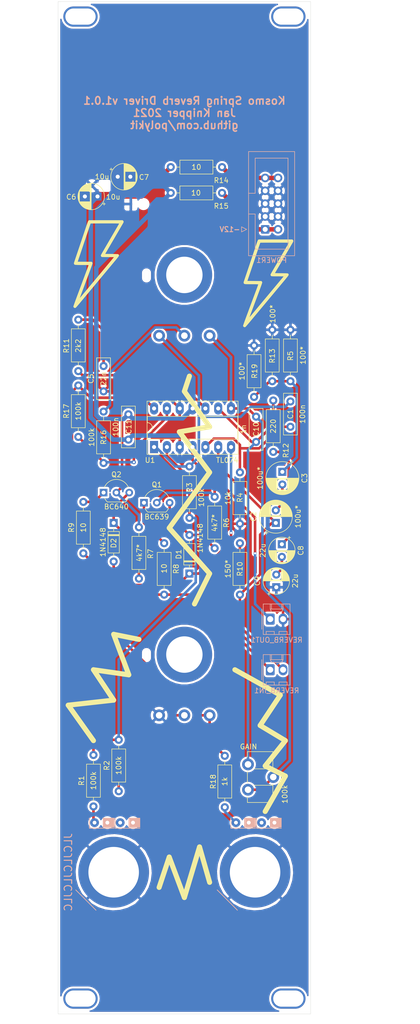
<source format=kicad_pcb>
(kicad_pcb (version 20171130) (host pcbnew 5.1.9-73d0e3b20d~88~ubuntu20.10.1)
  (title_block (title "Kosmo Spring Reverb Driver") (date 2021-02-17) (rev v1.0.1) (company "Jan Knipper") (comment 1 github.com/polykit/kosmo-spring-reverb-driver))
  (layers (0 F.Cu signal) (31 B.Cu signal) (34 B.Paste user) (35 F.Paste user) (36 B.SilkS user) (37 F.SilkS user) (38 B.Mask user) (39 F.Mask user) (44 Edge.Cuts user))
  (net 0 "")
  (net 1 REVERB_IN1)
  (net 2 "Net-(D2-Pad1)")
  (net 3 +12V)
  (net 4 "Net-(Q2-Pad1)")
  (net 5 -12V)
  (net 6 "Net-(R1-Pad2)")
  (net 7 IN)
  (net 8 "Net-(FEEDBACK_POT1-Pad2)")
  (net 9 DRY)
  (net 10 "Net-(C1-Pad2)")
  (net 11 "Net-(C3-Pad1)")
  (net 12 REVERB_IN2)
  (net 13 "Net-(C5-Pad2)")
  (net 14 REVERB_OUT1)
  (net 15 "Net-(C8-Pad1)")
  (net 16 "Net-(C10-Pad2)")
  (net 17 FEEDBACK)
  (net 18 "Net-(POWER1-Pad1)")
  (net 19 "Net-(POWER1-Pad10)")
  (net 20 "Net-(R16-Pad2)")
  (net 21 "Net-(DRY_WET_POT1-Pad2)")
  (net 22 OUT)
  (net 23 "Net-(C2-Pad2)")
  (net 24 "Net-(C8-Pad2)")
  (net 25 GND)
  (net 26 "Net-(Q1-Pad1)")
  (net 27 "Net-(D1-Pad2)")
  (net 28 "Net-(D1-Pad1)")
  (net 29 "Net-(C10-Pad1)")
  (module telec:Potentiometer_Single_Vertical_Hole (layer F.Cu) (at 107 166)
    (fp_text reference FEEDBACK_POT1 hide)
    (fp_text value 50k hide)
    (pad "" np_thru_hole oval (at -7.5 0.1) (size 1 2) (drill oval 1 2) (layers *.Cu *.Mask))
    (pad "" thru_hole circle (at 0 0 90) (size 11 11) (drill 7.2) (layers *.Cu F.Mask))
    (pad 1 thru_hole circle (at 5 12 90) (size 2.34 2.34) (drill 1.3) (layers *.Cu *.Mask) (net 17 FEEDBACK))
    (pad 2 thru_hole circle (at 0 12 90) (size 2.34 2.34) (drill 1.3) (layers *.Cu *.Mask) (net 8 "Net-(FEEDBACK_POT1-Pad2)"))
    (pad 3 thru_hole circle (at -5 12 90) (size 2.34 2.34) (drill 1.3) (layers *.Cu *.Mask) (net 25 GND))
  )
  (module telec:Potentiometer_Single_Vertical_Hole (layer F.Cu) (at 107 91)
    (fp_text reference DRY_WET_POT1 hide)
    (fp_text value 10k hide)
    (pad "" np_thru_hole oval (at -7.5 0.1) (size 1 2) (drill oval 1 2) (layers *.Cu *.Mask))
    (pad "" thru_hole circle (at 0 0 90) (size 11 11) (drill 7.2) (layers *.Cu F.Mask))
    (pad 1 thru_hole circle (at 5 12 90) (size 2.34 2.34) (drill 1.3) (layers *.Cu *.Mask) (net 29 "Net-(C10-Pad1)"))
    (pad 2 thru_hole circle (at 0 12 90) (size 2.34 2.34) (drill 1.3) (layers *.Cu *.Mask) (net 21 "Net-(DRY_WET_POT1-Pad2)"))
    (pad 3 thru_hole circle (at -5 12 90) (size 2.34 2.34) (drill 1.3) (layers *.Cu *.Mask) (net 9 DRY))
  )
  (module Polykit:logo-mask-5cm (layer F.Cu) (at 107 227)
    (fp_text reference G*** hide)
    (fp_text value LOGO hide)
  )
  (module Capacitor_THT:CP_Radial_D6.3mm_P2.50mm (layer F.Cu) (at 126.4 129.9 270)
    (fp_text reference C3 (at 1.25 -4.4 90) (layer F.SilkS))
    (fp_text value 100u* (at 1.25 4.4 90) (layer F.SilkS))
    (pad 2 thru_hole circle (at 2.5 0 270) (size 1.6 1.6) (drill 0.8) (layers *.Cu *.Mask) (net 23 "Net-(C2-Pad2)"))
    (pad 1 thru_hole rect (at 0 0 270) (size 1.6 1.6) (drill 0.8) (layers *.Cu *.Mask) (net 11 "Net-(C3-Pad1)"))
  )
  (module Capacitor_THT:CP_Radial_D6.3mm_P2.50mm (layer F.Cu) (at 125.1 140 90)
    (fp_text reference C2 (at 1.25 -4.4 90) (layer F.SilkS))
    (fp_text value 100u* (at 1.25 4.4 90) (layer F.SilkS))
    (pad 2 thru_hole circle (at 2.5 0 90) (size 1.6 1.6) (drill 0.8) (layers *.Cu *.Mask) (net 23 "Net-(C2-Pad2)"))
    (pad 1 thru_hole rect (at 0 0 90) (size 1.6 1.6) (drill 0.8) (layers *.Cu *.Mask) (net 12 REVERB_IN2))
  )
  (module Resistor_THT:R_Axial_DIN0207_L6.3mm_D2.5mm_P10.16mm_Horizontal (layer F.Cu) (at 120.8 115.1 90)
    (fp_text reference R19 (at 5.08 0.1 90) (layer F.SilkS))
    (fp_text value 100* (at 5.1 -2.4 90) (layer F.SilkS))
    (pad 2 thru_hole oval (at 10.16 0 90) (size 1.6 1.6) (drill 0.8) (layers *.Cu *.Mask) (net 25 GND))
    (pad 1 thru_hole circle (at 0 0 90) (size 1.6 1.6) (drill 0.8) (layers *.Cu *.Mask) (net 11 "Net-(C3-Pad1)"))
  )
  (module Resistor_THT:R_Axial_DIN0207_L6.3mm_D2.5mm_P10.16mm_Horizontal (layer F.Cu) (at 124.4 112 90)
    (fp_text reference R13 (at 5 0 90) (layer F.SilkS))
    (fp_text value 100* (at 13.3 0.1 270) (layer F.SilkS))
    (pad 2 thru_hole oval (at 10.16 0 90) (size 1.6 1.6) (drill 0.8) (layers *.Cu *.Mask) (net 25 GND))
    (pad 1 thru_hole circle (at 0 0 90) (size 1.6 1.6) (drill 0.8) (layers *.Cu *.Mask) (net 11 "Net-(C3-Pad1)"))
  )
  (module Potentiometer_THT:Potentiometer_ACP_CA9-H5_Horizontal (layer F.Cu) (at 119.6 187.7)
    (fp_text reference GAIN1 hide)
    (fp_text value 100k (at 7.3 5.9 90) (layer F.SilkS))
    (fp_text user GAIN (at 0.1 -3.5) (layer F.SilkS))
    (pad 1 thru_hole circle (at 0 0) (size 2.34 2.34) (drill 1.3) (layers *.Cu *.Mask) (net 16 "Net-(C10-Pad2)"))
    (pad 2 thru_hole circle (at 5 2.5) (size 2.34 2.34) (drill 1.3) (layers *.Cu *.Mask) (net 29 "Net-(C10-Pad1)"))
    (pad 3 thru_hole circle (at 0 5) (size 2.34 2.34) (drill 1.3) (layers *.Cu *.Mask) (net 29 "Net-(C10-Pad1)"))
  )
  (module Polykit:blitz-silk (layer F.Cu) (at 123.6 92.8)
    (fp_text reference G*** hide)
    (fp_text value LOGO hide)
  )
  (module Polykit:blitz-silk (layer F.Cu) (at 90 89)
    (fp_text reference G*** hide)
    (fp_text value LOGO hide)
  )
  (module Polykit:spring-reverb (layer F.Cu) (at 107 54)
    (fp_text reference G*** hide)
    (fp_text value LOGO hide)
  )
  (module Kosmo_panel:Kosmo_Panel_Dual_Slotted_Mounting_Hole (layer F.Cu) (at 126.189155 233.963207)
    (fp_text reference REF** hide)
    (fp_text value Kosmo_Panel_Dual_Slotted_Mounting_Hole)
    (pad 1 thru_hole oval (at 1.4 -194) (size 6.8 4) (drill oval 6 3.2) (layers *.Cu *.Mask))
    (pad 1 thru_hole oval (at 1.4 0) (size 6.8 4) (drill oval 6 3.2) (layers *.Cu *.Mask))
  )
  (module Kosmo_panel:Kosmo_Panel_Dual_Slotted_Mounting_Hole (layer F.Cu) (at 85.028796 233.963034)
    (fp_text reference REF** hide)
    (fp_text value Kosmo_Panel_Dual_Slotted_Mounting_Hole)
    (pad 1 thru_hole oval (at 1.4 -194) (size 6.8 4) (drill oval 6 3.2) (layers *.Cu *.Mask))
    (pad 1 thru_hole oval (at 1.4 0) (size 6.8 4) (drill oval 6 3.2) (layers *.Cu *.Mask))
  )
  (module Resistor_THT:R_Axial_DIN0207_L6.3mm_D2.5mm_P10.16mm_Horizontal (layer F.Cu) (at 115 186 270)
    (fp_text reference R18 (at 5.1 2.3 90) (layer F.SilkS))
    (fp_text value 1k (at 5.08 0 90) (layer F.SilkS))
    (pad 2 thru_hole oval (at 10.16 0 270) (size 1.6 1.6) (drill 0.8) (layers *.Cu *.Mask) (net 22 OUT))
    (pad 1 thru_hole circle (at 0 0 270) (size 1.6 1.6) (drill 0.8) (layers *.Cu *.Mask) (net 17 FEEDBACK))
  )
  (module Connector_Molex:Molex_KK-254_AE-6410-02A_1x02_P2.54mm_Vertical (layer B.Cu) (at 124 159)
    (fp_text reference REVERB_OUT1 (at 1.27 4.12) (layer B.SilkS) (effects (justify mirror)))
    (fp_text value Conn_01x02 hide)
    (pad 2 thru_hole oval (at 2.54 0) (size 1.74 2.19) (drill 1.19) (layers *.Cu *.Mask) (net 25 GND))
    (pad 1 thru_hole roundrect (at 0 0) (size 1.74 2.19) (drill 1.19) (layers *.Cu *.Mask) (roundrect_rratio 0.1436775862068966) (net 14 REVERB_OUT1))
  )
  (module Connector_Molex:Molex_KK-254_AE-6410-02A_1x02_P2.54mm_Vertical (layer B.Cu) (at 124 169)
    (fp_text reference REVERB_IN1 (at 1.27 4.12) (layer B.SilkS) (effects (justify mirror)))
    (fp_text value Conn_01x02 hide)
    (pad 2 thru_hole oval (at 2.54 0) (size 1.74 2.19) (drill 1.19) (layers *.Cu *.Mask) (net 12 REVERB_IN2))
    (pad 1 thru_hole roundrect (at 0 0) (size 1.74 2.19) (drill 1.19) (layers *.Cu *.Mask) (roundrect_rratio 0.1436775862068966) (net 1 REVERB_IN1))
  )
  (module Capacitor_THT:CP_Radial_D5.0mm_P2.50mm (layer F.Cu) (at 125.2 152.7 90)
    (fp_text reference C9 (at 1.25 -3.75 90) (layer F.SilkS))
    (fp_text value 22u (at 1.25 3.75 90) (layer F.SilkS))
    (pad 2 thru_hole circle (at 2.5 0 90) (size 1.6 1.6) (drill 0.8) (layers *.Cu *.Mask) (net 24 "Net-(C8-Pad2)"))
    (pad 1 thru_hole rect (at 0 0 90) (size 1.6 1.6) (drill 0.8) (layers *.Cu *.Mask) (net 25 GND))
  )
  (module Capacitor_THT:CP_Radial_D5.0mm_P2.50mm (layer F.Cu) (at 126.3 144.2 270)
    (fp_text reference C8 (at 1.25 -3.75 90) (layer F.SilkS))
    (fp_text value 22u (at 1.25 3.75 90) (layer F.SilkS))
    (pad 2 thru_hole circle (at 2.5 0 270) (size 1.6 1.6) (drill 0.8) (layers *.Cu *.Mask) (net 24 "Net-(C8-Pad2)"))
    (pad 1 thru_hole rect (at 0 0 270) (size 1.6 1.6) (drill 0.8) (layers *.Cu *.Mask) (net 15 "Net-(C8-Pad1)"))
  )
  (module Capacitor_THT:CP_Radial_D5.0mm_P2.50mm (layer F.Cu) (at 93.8 71.6)
    (fp_text reference C7 (at 5.2 0.1) (layer F.SilkS))
    (fp_text value 10u (at -3.1 0) (layer F.SilkS))
    (pad 2 thru_hole circle (at 2.5 0) (size 1.6 1.6) (drill 0.8) (layers *.Cu *.Mask) (net 5 -12V))
    (pad 1 thru_hole rect (at 0 0) (size 1.6 1.6) (drill 0.8) (layers *.Cu *.Mask) (net 25 GND))
  )
  (module Capacitor_THT:CP_Radial_D5.0mm_P2.50mm (layer F.Cu) (at 89.8 75.5 180)
    (fp_text reference C6 (at 5.2 -0.1) (layer F.SilkS))
    (fp_text value 10u (at -3.1 -0.1) (layer F.SilkS))
    (pad 2 thru_hole circle (at 2.5 0 180) (size 1.6 1.6) (drill 0.8) (layers *.Cu *.Mask) (net 25 GND))
    (pad 1 thru_hole rect (at 0 0 180) (size 1.6 1.6) (drill 0.8) (layers *.Cu *.Mask) (net 3 +12V))
  )
  (module Connector_IDC:IDC-Header_2x05_P2.54mm_Vertical (layer B.Cu) (at 123 82)
    (fp_text reference POWER1 (at 1.27 6.1) (layer B.SilkS) (effects (justify mirror)))
    (fp_text value Conn_02x05_Odd_Even hide)
    (pad 10 thru_hole circle (at 2.54 -10.16) (size 1.7 1.7) (drill 1) (layers *.Cu *.Mask) (net 19 "Net-(POWER1-Pad10)"))
    (pad 8 thru_hole circle (at 2.54 -7.62) (size 1.7 1.7) (drill 1) (layers *.Cu *.Mask) (net 25 GND))
    (pad 6 thru_hole circle (at 2.54 -5.08) (size 1.7 1.7) (drill 1) (layers *.Cu *.Mask) (net 25 GND))
    (pad 4 thru_hole circle (at 2.54 -2.54) (size 1.7 1.7) (drill 1) (layers *.Cu *.Mask) (net 25 GND))
    (pad 2 thru_hole circle (at 2.54 0) (size 1.7 1.7) (drill 1) (layers *.Cu *.Mask) (net 18 "Net-(POWER1-Pad1)"))
    (pad 9 thru_hole circle (at 0 -10.16) (size 1.7 1.7) (drill 1) (layers *.Cu *.Mask) (net 19 "Net-(POWER1-Pad10)"))
    (pad 7 thru_hole circle (at 0 -7.62) (size 1.7 1.7) (drill 1) (layers *.Cu *.Mask) (net 25 GND))
    (pad 5 thru_hole circle (at 0 -5.08) (size 1.7 1.7) (drill 1) (layers *.Cu *.Mask) (net 25 GND))
    (pad 3 thru_hole circle (at 0 -2.54) (size 1.7 1.7) (drill 1) (layers *.Cu *.Mask) (net 25 GND))
    (pad 1 thru_hole roundrect (at 0 0) (size 1.7 1.7) (drill 1) (layers *.Cu *.Mask) (roundrect_rratio 0.1470588235294118) (net 18 "Net-(POWER1-Pad1)"))
  )
  (module Capacitor_THT:C_Disc_D8.0mm_W2.5mm_P5.00mm (layer F.Cu) (at 95.913968 118.536371 270)
    (fp_text reference C11 (at 2.463629 -0.086032 90) (layer F.SilkS))
    (fp_text value 100n (at 2.5 2.5 90) (layer F.SilkS))
    (pad 2 thru_hole circle (at 5 0 270) (size 1.6 1.6) (drill 0.8) (layers *.Cu *.Mask) (net 3 +12V))
    (pad 1 thru_hole circle (at 0 0 270) (size 1.6 1.6) (drill 0.8) (layers *.Cu *.Mask) (net 5 -12V))
  )
  (module Capacitor_THT:C_Disc_D8.0mm_W2.5mm_P5.00mm (layer F.Cu) (at 121.2 119 270)
    (fp_text reference C10 (at 2.5 0 90) (layer F.SilkS))
    (fp_text value 1n (at 2.5 2.5 90) (layer F.SilkS))
    (pad 2 thru_hole circle (at 5 0 270) (size 1.6 1.6) (drill 0.8) (layers *.Cu *.Mask) (net 16 "Net-(C10-Pad2)"))
    (pad 1 thru_hole circle (at 0 0 270) (size 1.6 1.6) (drill 0.8) (layers *.Cu *.Mask) (net 29 "Net-(C10-Pad1)"))
  )
  (module Capacitor_THT:C_Disc_D8.0mm_W2.5mm_P5.00mm (layer F.Cu) (at 91 114 90)
    (fp_text reference C5 (at 2.5 -2.5 90) (layer F.SilkS))
    (fp_text value 22n (at 2.5 0 90) (layer F.SilkS))
    (pad 2 thru_hole circle (at 5 0 90) (size 1.6 1.6) (drill 0.8) (layers *.Cu *.Mask) (net 13 "Net-(C5-Pad2)"))
    (pad 1 thru_hole circle (at 0 0 90) (size 1.6 1.6) (drill 0.8) (layers *.Cu *.Mask) (net 25 GND))
  )
  (module Capacitor_THT:C_Disc_D8.0mm_W2.5mm_P5.00mm (layer F.Cu) (at 128 116 270)
    (fp_text reference C1 (at 2.5 0 90) (layer F.SilkS))
    (fp_text value 100n (at 2.5 -2.4 90) (layer F.SilkS))
    (pad 2 thru_hole circle (at 5 0 270) (size 1.6 1.6) (drill 0.8) (layers *.Cu *.Mask) (net 10 "Net-(C1-Pad2)"))
    (pad 1 thru_hole circle (at 0 0 270) (size 1.6 1.6) (drill 0.8) (layers *.Cu *.Mask) (net 9 DRY))
  )
  (module telec:Jack_Hole_Square (layer F.Cu) (at 121 209 180)
    (fp_text reference OUT1 hide)
    (fp_text value AudioJack2 hide)
    (pad TN thru_hole circle (at 1.25 9.795 180) (size 1.75 1.75) (drill 0.762) (layers *.Cu B.Mask))
    (pad RN thru_hole circle (at -3.83 9.795 180) (size 1.75 1.75) (drill 0.762) (layers *.Cu B.Mask))
    (pad T thru_hole circle (at 3.79 9.795 180) (size 1.75 1.75) (drill 0.762) (layers *.Cu B.Mask) (net 22 OUT))
    (pad R thru_hole circle (at -1.29 9.795 180) (size 1.75 1.75) (drill 0.762) (layers *.Cu B.Mask))
    (pad S thru_hole circle (at 0 0 180) (size 14 14) (drill 10) (layers *.Cu F.Mask) (net 25 GND))
  )
  (module telec:Jack_Hole_Square (layer F.Cu) (at 93 209 180)
    (fp_text reference IN1 hide)
    (fp_text value AudioJack2 hide)
    (pad TN thru_hole circle (at 1.25 9.795 180) (size 1.75 1.75) (drill 0.762) (layers *.Cu B.Mask))
    (pad RN thru_hole circle (at -3.83 9.795 180) (size 1.75 1.75) (drill 0.762) (layers *.Cu B.Mask))
    (pad T thru_hole circle (at 3.79 9.795 180) (size 1.75 1.75) (drill 0.762) (layers *.Cu B.Mask) (net 7 IN))
    (pad R thru_hole circle (at -1.29 9.795 180) (size 1.75 1.75) (drill 0.762) (layers *.Cu B.Mask))
    (pad S thru_hole circle (at 0 0 180) (size 14 14) (drill 10) (layers *.Cu F.Mask) (net 25 GND))
  )
  (module Package_DIP:DIP-14_W7.62mm_Socket_LongPads (layer F.Cu) (at 101 125 90)
    (fp_text reference U1 (at -2.6 -0.8 180) (layer F.SilkS))
    (fp_text value TL074 (at -2.6 14.5 180) (layer F.SilkS))
    (pad 14 thru_hole oval (at 7.62 0 90) (size 2.4 1.6) (drill 0.8) (layers *.Cu *.Mask) (net 17 FEEDBACK))
    (pad 7 thru_hole oval (at 0 15.24 90) (size 2.4 1.6) (drill 0.8) (layers *.Cu *.Mask) (net 28 "Net-(D1-Pad1)"))
    (pad 13 thru_hole oval (at 7.62 2.54 90) (size 2.4 1.6) (drill 0.8) (layers *.Cu *.Mask) (net 20 "Net-(R16-Pad2)"))
    (pad 6 thru_hole oval (at 0 12.7 90) (size 2.4 1.6) (drill 0.8) (layers *.Cu *.Mask) (net 12 REVERB_IN2))
    (pad 12 thru_hole oval (at 7.62 5.08 90) (size 2.4 1.6) (drill 0.8) (layers *.Cu *.Mask) (net 25 GND))
    (pad 5 thru_hole oval (at 0 10.16 90) (size 2.4 1.6) (drill 0.8) (layers *.Cu *.Mask) (net 10 "Net-(C1-Pad2)"))
    (pad 11 thru_hole oval (at 7.62 7.62 90) (size 2.4 1.6) (drill 0.8) (layers *.Cu *.Mask) (net 5 -12V))
    (pad 4 thru_hole oval (at 0 7.62 90) (size 2.4 1.6) (drill 0.8) (layers *.Cu *.Mask) (net 3 +12V))
    (pad 10 thru_hole oval (at 7.62 10.16 90) (size 2.4 1.6) (drill 0.8) (layers *.Cu *.Mask) (net 14 REVERB_OUT1))
    (pad 3 thru_hole oval (at 0 5.08 90) (size 2.4 1.6) (drill 0.8) (layers *.Cu *.Mask) (net 25 GND))
    (pad 9 thru_hole oval (at 7.62 12.7 90) (size 2.4 1.6) (drill 0.8) (layers *.Cu *.Mask) (net 16 "Net-(C10-Pad2)"))
    (pad 2 thru_hole oval (at 0 2.54 90) (size 2.4 1.6) (drill 0.8) (layers *.Cu *.Mask) (net 6 "Net-(R1-Pad2)"))
    (pad 8 thru_hole oval (at 7.62 15.24 90) (size 2.4 1.6) (drill 0.8) (layers *.Cu *.Mask) (net 29 "Net-(C10-Pad1)"))
    (pad 1 thru_hole rect (at 0 0 90) (size 2.4 1.6) (drill 0.8) (layers *.Cu *.Mask) (net 9 DRY))
  )
  (module Resistor_THT:R_Axial_DIN0207_L6.3mm_D2.5mm_P10.16mm_Horizontal (layer F.Cu) (at 86 123 90)
    (fp_text reference R17 (at 5.08 -2.37 90) (layer F.SilkS))
    (fp_text value 100k (at 5.08 0 90) (layer F.SilkS))
    (pad 2 thru_hole oval (at 10.16 0 90) (size 1.6 1.6) (drill 0.8) (layers *.Cu *.Mask) (net 17 FEEDBACK))
    (pad 1 thru_hole circle (at 0 0 90) (size 1.6 1.6) (drill 0.8) (layers *.Cu *.Mask) (net 20 "Net-(R16-Pad2)"))
  )
  (module Resistor_THT:R_Axial_DIN0207_L6.3mm_D2.5mm_P10.16mm_Horizontal (layer F.Cu) (at 91 118 270)
    (fp_text reference R16 (at 5.08 0 90) (layer F.SilkS))
    (fp_text value 100k (at 5.08 2.37 90) (layer F.SilkS))
    (pad 2 thru_hole oval (at 10.16 0 270) (size 1.6 1.6) (drill 0.8) (layers *.Cu *.Mask) (net 20 "Net-(R16-Pad2)"))
    (pad 1 thru_hole circle (at 0 0 270) (size 1.6 1.6) (drill 0.8) (layers *.Cu *.Mask) (net 21 "Net-(DRY_WET_POT1-Pad2)"))
  )
  (module Resistor_THT:R_Axial_DIN0207_L6.3mm_D2.5mm_P10.16mm_Horizontal (layer F.Cu) (at 104.3 74.8)
    (fp_text reference R15 (at 10 2.58753) (layer F.SilkS))
    (fp_text value 10 (at 5 0) (layer F.SilkS))
    (pad 2 thru_hole oval (at 10.16 0) (size 1.6 1.6) (drill 0.8) (layers *.Cu *.Mask) (net 18 "Net-(POWER1-Pad1)"))
    (pad 1 thru_hole circle (at 0 0) (size 1.6 1.6) (drill 0.8) (layers *.Cu *.Mask) (net 5 -12V))
  )
  (module Resistor_THT:R_Axial_DIN0207_L6.3mm_D2.5mm_P10.16mm_Horizontal (layer F.Cu) (at 104.3 69.7)
    (fp_text reference R14 (at 10 2.626423) (layer F.SilkS))
    (fp_text value 10 (at 5.08 0) (layer F.SilkS))
    (pad 2 thru_hole oval (at 10.16 0) (size 1.6 1.6) (drill 0.8) (layers *.Cu *.Mask) (net 19 "Net-(POWER1-Pad10)"))
    (pad 1 thru_hole circle (at 0 0) (size 1.6 1.6) (drill 0.8) (layers *.Cu *.Mask) (net 3 +12V))
  )
  (module Resistor_THT:R_Axial_DIN0207_L6.3mm_D2.5mm_P10.16mm_Horizontal (layer F.Cu) (at 124.6 115.8 270)
    (fp_text reference R12 (at 9.9 -2.5 270) (layer F.SilkS))
    (fp_text value 220 (at 5.08 0 90) (layer F.SilkS))
    (pad 2 thru_hole oval (at 10.16 0 270) (size 1.6 1.6) (drill 0.8) (layers *.Cu *.Mask) (net 15 "Net-(C8-Pad1)"))
    (pad 1 thru_hole circle (at 0 0 270) (size 1.6 1.6) (drill 0.8) (layers *.Cu *.Mask) (net 16 "Net-(C10-Pad2)"))
  )
  (module Resistor_THT:R_Axial_DIN0207_L6.3mm_D2.5mm_P10.16mm_Horizontal (layer F.Cu) (at 86 110 90)
    (fp_text reference R11 (at 5 -2.37 90) (layer F.SilkS))
    (fp_text value 2k2 (at 5 0 90) (layer F.SilkS))
    (pad 2 thru_hole oval (at 10.16 0 90) (size 1.6 1.6) (drill 0.8) (layers *.Cu *.Mask) (net 13 "Net-(C5-Pad2)"))
    (pad 1 thru_hole circle (at 0 0 90) (size 1.6 1.6) (drill 0.8) (layers *.Cu *.Mask) (net 14 REVERB_OUT1))
  )
  (module Resistor_THT:R_Axial_DIN0207_L6.3mm_D2.5mm_P10.16mm_Horizontal (layer F.Cu) (at 118 144 270)
    (fp_text reference R10 (at 5.08 0 90) (layer F.SilkS))
    (fp_text value 150* (at 5.08 2.37 90) (layer F.SilkS))
    (pad 2 thru_hole oval (at 10.16 0 270) (size 1.6 1.6) (drill 0.8) (layers *.Cu *.Mask) (net 12 REVERB_IN2))
    (pad 1 thru_hole circle (at 0 0 270) (size 1.6 1.6) (drill 0.8) (layers *.Cu *.Mask) (net 1 REVERB_IN1))
  )
  (module Resistor_THT:R_Axial_DIN0207_L6.3mm_D2.5mm_P10.16mm_Horizontal (layer F.Cu) (at 87 146 90)
    (fp_text reference R9 (at 5.08 -2.37 90) (layer F.SilkS))
    (fp_text value 10 (at 5.08 0 90) (layer F.SilkS))
    (pad 2 thru_hole oval (at 10.16 0 90) (size 1.6 1.6) (drill 0.8) (layers *.Cu *.Mask) (net 4 "Net-(Q2-Pad1)"))
    (pad 1 thru_hole circle (at 0 0 90) (size 1.6 1.6) (drill 0.8) (layers *.Cu *.Mask) (net 1 REVERB_IN1))
  )
  (module Resistor_THT:R_Axial_DIN0207_L6.3mm_D2.5mm_P10.16mm_Horizontal (layer F.Cu) (at 103 144 270)
    (fp_text reference R8 (at 5.08 -2.37 90) (layer F.SilkS))
    (fp_text value 10 (at 5 0 90) (layer F.SilkS))
    (pad 2 thru_hole oval (at 10.16 0 270) (size 1.6 1.6) (drill 0.8) (layers *.Cu *.Mask) (net 1 REVERB_IN1))
    (pad 1 thru_hole circle (at 0 0 270) (size 1.6 1.6) (drill 0.8) (layers *.Cu *.Mask) (net 26 "Net-(Q1-Pad1)"))
  )
  (module Resistor_THT:R_Axial_DIN0207_L6.3mm_D2.5mm_P10.16mm_Horizontal (layer F.Cu) (at 98 151 90)
    (fp_text reference R7 (at 4.9 2.3 90) (layer F.SilkS))
    (fp_text value 4k7* (at 5.08 0.1 90) (layer F.SilkS))
    (pad 2 thru_hole oval (at 10.16 0 90) (size 1.6 1.6) (drill 0.8) (layers *.Cu *.Mask) (net 5 -12V))
    (pad 1 thru_hole circle (at 0 0 90) (size 1.6 1.6) (drill 0.8) (layers *.Cu *.Mask) (net 2 "Net-(D2-Pad1)"))
  )
  (module Resistor_THT:R_Axial_DIN0207_L6.3mm_D2.5mm_P10.16mm_Horizontal (layer F.Cu) (at 113 145 90)
    (fp_text reference R6 (at 5.036001 2.324005 90) (layer F.SilkS))
    (fp_text value 4k7* (at 5 0 90) (layer F.SilkS))
    (pad 2 thru_hole oval (at 10.16 0 90) (size 1.6 1.6) (drill 0.8) (layers *.Cu *.Mask) (net 3 +12V))
    (pad 1 thru_hole circle (at 0 0 90) (size 1.6 1.6) (drill 0.8) (layers *.Cu *.Mask) (net 27 "Net-(D1-Pad2)"))
  )
  (module Resistor_THT:R_Axial_DIN0207_L6.3mm_D2.5mm_P10.16mm_Horizontal (layer F.Cu) (at 128 112 90)
    (fp_text reference R5 (at 5 0 90) (layer F.SilkS))
    (fp_text value 100* (at 5.1 2.5 90) (layer F.SilkS))
    (pad 2 thru_hole oval (at 10.16 0 90) (size 1.6 1.6) (drill 0.8) (layers *.Cu *.Mask) (net 25 GND))
    (pad 1 thru_hole circle (at 0 0 90) (size 1.6 1.6) (drill 0.8) (layers *.Cu *.Mask) (net 11 "Net-(C3-Pad1)"))
  )
  (module Resistor_THT:R_Axial_DIN0207_L6.3mm_D2.5mm_P10.16mm_Horizontal (layer F.Cu) (at 118 130 270)
    (fp_text reference R4 (at 5 0 90) (layer F.SilkS))
    (fp_text value 10k (at 5.08 2.37 90) (layer F.SilkS))
    (pad 2 thru_hole oval (at 10.16 0 270) (size 1.6 1.6) (drill 0.8) (layers *.Cu *.Mask) (net 25 GND))
    (pad 1 thru_hole circle (at 0 0 270) (size 1.6 1.6) (drill 0.8) (layers *.Cu *.Mask) (net 10 "Net-(C1-Pad2)"))
  )
  (module Resistor_THT:R_Axial_DIN0207_L6.3mm_D2.5mm_P10.16mm_Horizontal (layer F.Cu) (at 108 139 90)
    (fp_text reference R3 (at 6 0 90) (layer F.SilkS))
    (fp_text value 100k (at 4 2.37 90) (layer F.SilkS))
    (pad 2 thru_hole oval (at 10.16 0 90) (size 1.6 1.6) (drill 0.8) (layers *.Cu *.Mask) (net 9 DRY))
    (pad 1 thru_hole circle (at 0 0 90) (size 1.6 1.6) (drill 0.8) (layers *.Cu *.Mask) (net 6 "Net-(R1-Pad2)"))
  )
  (module Resistor_THT:R_Axial_DIN0207_L6.3mm_D2.5mm_P10.16mm_Horizontal (layer F.Cu) (at 94 193 90)
    (fp_text reference R2 (at 5.08 -2.37 90) (layer F.SilkS))
    (fp_text value 100k (at 5.08 0 90) (layer F.SilkS))
    (pad 2 thru_hole oval (at 10.16 0 90) (size 1.6 1.6) (drill 0.8) (layers *.Cu *.Mask) (net 6 "Net-(R1-Pad2)"))
    (pad 1 thru_hole circle (at 0 0 90) (size 1.6 1.6) (drill 0.8) (layers *.Cu *.Mask) (net 8 "Net-(FEEDBACK_POT1-Pad2)"))
  )
  (module Resistor_THT:R_Axial_DIN0207_L6.3mm_D2.5mm_P10.16mm_Horizontal (layer F.Cu) (at 89 196 90)
    (fp_text reference R1 (at 5.08 -2.37 90) (layer F.SilkS))
    (fp_text value 100k (at 5.08 0 90) (layer F.SilkS))
    (pad 2 thru_hole oval (at 10.16 0 90) (size 1.6 1.6) (drill 0.8) (layers *.Cu *.Mask) (net 6 "Net-(R1-Pad2)"))
    (pad 1 thru_hole circle (at 0 0 90) (size 1.6 1.6) (drill 0.8) (layers *.Cu *.Mask) (net 7 IN))
  )
  (module Package_TO_SOT_THT:TO-92_Inline_Wide (layer F.Cu) (at 91 134)
    (fp_text reference Q2 (at 2.54 -3.56) (layer F.SilkS))
    (fp_text value BC640 (at 2.54 2.79) (layer F.SilkS))
    (pad 1 thru_hole rect (at 0 0) (size 1.5 1.5) (drill 0.8) (layers *.Cu *.Mask) (net 4 "Net-(Q2-Pad1)"))
    (pad 3 thru_hole circle (at 5.08 0) (size 1.5 1.5) (drill 0.8) (layers *.Cu *.Mask) (net 2 "Net-(D2-Pad1)"))
    (pad 2 thru_hole circle (at 2.54 0) (size 1.5 1.5) (drill 0.8) (layers *.Cu *.Mask) (net 5 -12V))
  )
  (module Package_TO_SOT_THT:TO-92_Inline_Wide (layer F.Cu) (at 99 136)
    (fp_text reference Q1 (at 2.54 -3.56) (layer F.SilkS))
    (fp_text value BC639 (at 2.54 2.79) (layer F.SilkS))
    (pad 1 thru_hole rect (at 0 0) (size 1.5 1.5) (drill 0.8) (layers *.Cu *.Mask) (net 26 "Net-(Q1-Pad1)"))
    (pad 3 thru_hole circle (at 5.08 0) (size 1.5 1.5) (drill 0.8) (layers *.Cu *.Mask) (net 27 "Net-(D1-Pad2)"))
    (pad 2 thru_hole circle (at 2.54 0) (size 1.5 1.5) (drill 0.8) (layers *.Cu *.Mask) (net 3 +12V))
  )
  (module Diode_THT:D_DO-35_SOD27_P7.62mm_Horizontal (layer F.Cu) (at 93 140 270)
    (fp_text reference D2 (at 4 0 90) (layer F.SilkS))
    (fp_text value 1N4148 (at 3.81 2.12 90) (layer F.SilkS))
    (pad 2 thru_hole oval (at 7.62 0 270) (size 1.6 1.6) (drill 0.8) (layers *.Cu *.Mask) (net 28 "Net-(D1-Pad1)"))
    (pad 1 thru_hole rect (at 0 0 270) (size 1.6 1.6) (drill 0.8) (layers *.Cu *.Mask) (net 2 "Net-(D2-Pad1)"))
  )
  (module Diode_THT:D_DO-35_SOD27_P7.62mm_Horizontal (layer F.Cu) (at 108 150 90)
    (fp_text reference D1 (at 3.81 -2.12 90) (layer F.SilkS))
    (fp_text value 1N4148 (at 7 2.12 90) (layer F.SilkS))
    (pad 2 thru_hole oval (at 7.62 0 90) (size 1.6 1.6) (drill 0.8) (layers *.Cu *.Mask) (net 27 "Net-(D1-Pad2)"))
    (pad 1 thru_hole rect (at 0 0 90) (size 1.6 1.6) (drill 0.8) (layers *.Cu *.Mask) (net 28 "Net-(D1-Pad1)"))
  )
  (gr_text -12V (at 116 82) (layer B.SilkS) (effects (font (size 1 1) (thickness 0.2)) (justify mirror)))
  (gr_text "Kosmo Spring Reverb Driver v1.0.1\nJan Knipper 2021\ngithub.com/polykit" (at 107 59) (layer B.SilkS) (effects (font (size 1.5 1.5) (thickness 0.3)) (justify mirror)))
  (gr_text JLCJLCJLCJLC (at 84 209 90) (layer B.SilkS) (effects (font (size 1.5 1.5) (thickness 0.2)) (justify mirror)))
  (gr_line (start 112 150) (end 109 156) (layer F.SilkS) (width 1))
  (gr_line (start 104 141) (end 112 150) (layer F.SilkS) (width 1))
  (gr_line (start 112 130) (end 104 141) (layer F.SilkS) (width 1))
  (gr_line (start 106 122) (end 112 130) (layer F.SilkS) (width 1))
  (gr_line (start 112 121) (end 106 122) (layer F.SilkS) (width 1))
  (gr_line (start 107 114) (end 112 121) (layer F.SilkS) (width 1))
  (gr_line (start 108 111) (end 107 114) (layer F.SilkS) (width 1))
  (gr_line (start 110 204) (end 112 211) (layer F.SilkS) (width 1))
  (gr_line (start 107 214) (end 110 204) (layer F.SilkS) (width 1))
  (gr_line (start 104 206) (end 107 214) (layer F.SilkS) (width 1))
  (gr_line (start 102 212) (end 104 206) (layer F.SilkS) (width 1))
  (gr_line (start 93 162) (end 98 163) (layer F.SilkS) (width 1))
  (gr_line (start 127 190) (end 123 197) (layer F.SilkS) (width 1))
  (gr_line (start 123 188) (end 127 190) (layer F.SilkS) (width 1))
  (gr_line (start 127 183) (end 123 188) (layer F.SilkS) (width 1))
  (gr_line (start 122 180) (end 127 183) (layer F.SilkS) (width 1))
  (gr_line (start 126 174) (end 122 180) (layer F.SilkS) (width 1))
  (gr_line (start 117 169) (end 126 174) (layer F.SilkS) (width 1))
  (gr_line (start 84 176) (end 89 183) (layer F.SilkS) (width 1))
  (gr_line (start 93 175) (end 84 176) (layer F.SilkS) (width 1))
  (gr_line (start 89 169) (end 93 175) (layer F.SilkS) (width 1))
  (gr_line (start 96 170) (end 89 169) (layer F.SilkS) (width 1))
  (gr_line (start 93 162) (end 96 170) (layer F.SilkS) (width 1))
  (gr_line (start 82 37) (end 82 237) (layer Edge.Cuts) (width 0.05))
  (gr_line (start 132 37) (end 82 37) (layer Edge.Cuts) (width 0.05))
  (gr_line (start 132 237) (end 132 37) (layer Edge.Cuts) (width 0.05))
  (gr_line (start 82 237) (end 132 237) (layer Edge.Cuts) (width 0.05))
  (segment (start 109.16 154.16) (end 103 154.16) (width 0.508) (layer F.Cu) (net 1))
  (segment (start 118 145.6) (end 109.3 154.3) (width 0.508) (layer F.Cu) (net 1))
  (segment (start 118 144) (end 118 145.6) (width 0.508) (layer F.Cu) (net 1))
  (segment (start 109.3 154.3) (end 109.16 154.16) (width 0.508) (layer F.Cu) (net 1))
  (segment (start 124 169) (end 109.3 154.3) (width 0.508) (layer F.Cu) (net 1))
  (segment (start 95.16 154.16) (end 87 146) (width 0.508) (layer F.Cu) (net 1))
  (segment (start 103 154.16) (end 95.16 154.16) (width 0.508) (layer F.Cu) (net 1))
  (segment (start 98 145) (end 93 140) (width 0.508) (layer F.Cu) (net 2))
  (segment (start 98 151) (end 98 145) (width 0.508) (layer F.Cu) (net 2))
  (segment (start 93 137.08) (end 96.08 134) (width 0.508) (layer F.Cu) (net 2))
  (segment (start 93 140) (end 93 137.08) (width 0.508) (layer F.Cu) (net 2))
  (segment (start 106.356372 122.736372) (end 108.62 125) (width 0.889) (layer B.Cu) (net 3))
  (segment (start 96.713967 122.736372) (end 106.356372 122.736372) (width 0.889) (layer B.Cu) (net 3))
  (segment (start 95.913968 123.536371) (end 96.713967 122.736372) (width 0.889) (layer B.Cu) (net 3))
  (segment (start 112.200001 134.040001) (end 103.499999 134.040001) (width 0.508) (layer B.Cu) (net 3))
  (segment (start 103.499999 134.040001) (end 101.54 136) (width 0.508) (layer B.Cu) (net 3))
  (segment (start 113 134.84) (end 112.200001 134.040001) (width 0.508) (layer B.Cu) (net 3))
  (segment (start 113 131.984078) (end 113 134.84) (width 0.508) (layer F.Cu) (net 3))
  (segment (start 108.62 127.604078) (end 113 131.984078) (width 0.508) (layer F.Cu) (net 3))
  (segment (start 108.62 125) (end 108.62 127.604078) (width 0.508) (layer F.Cu) (net 3))
  (segment (start 104.3 69.7) (end 98.5 75.5) (width 0.889) (layer F.Cu) (net 3))
  (segment (start 98.5 75.5) (end 89.8 75.5) (width 0.889) (layer F.Cu) (net 3))
  (segment (start 92.858417 123.536371) (end 95.913968 123.536371) (width 0.889) (layer B.Cu) (net 3))
  (segment (start 88.466489 119.144443) (end 92.858417 123.536371) (width 0.889) (layer B.Cu) (net 3))
  (segment (start 88.46649 76.83351) (end 88.466489 119.144443) (width 0.889) (layer B.Cu) (net 3))
  (segment (start 89.8 75.5) (end 88.46649 76.83351) (width 0.889) (layer B.Cu) (net 3))
  (segment (start 89.16 135.84) (end 91 134) (width 0.508) (layer F.Cu) (net 4))
  (segment (start 87 135.84) (end 89.16 135.84) (width 0.508) (layer F.Cu) (net 4))
  (segment (start 106.66363 119.33637) (end 108.62 117.38) (width 0.889) (layer B.Cu) (net 5))
  (segment (start 96.713967 119.33637) (end 106.66363 119.33637) (width 0.889) (layer B.Cu) (net 5))
  (segment (start 95.913968 118.536371) (end 96.713967 119.33637) (width 0.889) (layer B.Cu) (net 5))
  (segment (start 94.659967 132.880033) (end 93.54 134) (width 0.508) (layer F.Cu) (net 5))
  (segment (start 94.659967 119.790372) (end 94.659967 132.880033) (width 0.508) (layer F.Cu) (net 5))
  (segment (start 95.913968 118.536371) (end 94.659967 119.790372) (width 0.508) (layer F.Cu) (net 5))
  (segment (start 98 138.46) (end 93.54 134) (width 0.508) (layer B.Cu) (net 5))
  (segment (start 98 140.84) (end 98 138.46) (width 0.508) (layer B.Cu) (net 5))
  (segment (start 90.306639 119.444501) (end 95.005838 119.444501) (width 0.889) (layer B.Cu) (net 5))
  (segment (start 89.555499 118.693361) (end 90.306639 119.444501) (width 0.889) (layer B.Cu) (net 5))
  (segment (start 95.005838 119.444501) (end 95.913968 118.536371) (width 0.889) (layer B.Cu) (net 5))
  (segment (start 89.555499 89.544501) (end 89.555499 118.693361) (width 0.889) (layer B.Cu) (net 5))
  (segment (start 104.3 74.8) (end 89.555499 89.544501) (width 0.889) (layer B.Cu) (net 5))
  (segment (start 101.1 71.6) (end 104.3 74.8) (width 0.889) (layer B.Cu) (net 5))
  (segment (start 96.3 71.6) (end 101.1 71.6) (width 0.889) (layer B.Cu) (net 5))
  (segment (start 103.54 126.708) (end 108 131.168) (width 0.508) (layer F.Cu) (net 6))
  (segment (start 108 131.168) (end 108 139) (width 0.508) (layer F.Cu) (net 6))
  (segment (start 103.54 125) (end 103.54 126.708) (width 0.508) (layer F.Cu) (net 6))
  (segment (start 89 185.84) (end 89 184) (width 0.508) (layer F.Cu) (net 6))
  (segment (start 90.16 182.84) (end 94 182.84) (width 0.508) (layer F.Cu) (net 6))
  (segment (start 89 184) (end 90.16 182.84) (width 0.508) (layer F.Cu) (net 6))
  (segment (start 109.13137 139) (end 109.254001 139.122631) (width 0.508) (layer B.Cu) (net 6))
  (segment (start 109.254001 139.122631) (end 109.254001 151.745999) (width 0.508) (layer B.Cu) (net 6))
  (segment (start 108 139) (end 109.13137 139) (width 0.508) (layer B.Cu) (net 6))
  (segment (start 94 167) (end 94 182.84) (width 0.508) (layer B.Cu) (net 6))
  (segment (start 109.254001 151.745999) (end 94 167) (width 0.508) (layer B.Cu) (net 6))
  (segment (start 89 198.995) (end 89.21 199.205) (width 0.508) (layer F.Cu) (net 7))
  (segment (start 89 196) (end 89 198.995) (width 0.508) (layer F.Cu) (net 7))
  (segment (start 107 178) (end 105 178) (width 0.508) (layer F.Cu) (net 8))
  (segment (start 94 189) (end 94 193) (width 0.508) (layer F.Cu) (net 8))
  (segment (start 105 178) (end 94 189) (width 0.508) (layer F.Cu) (net 8))
  (segment (start 109.87401 126.96599) (end 108 128.84) (width 0.508) (layer B.Cu) (net 9))
  (segment (start 102 103) (end 109.87401 110.87401) (width 0.508) (layer B.Cu) (net 9))
  (segment (start 101.366563 125) (end 101 125) (width 0.508) (layer B.Cu) (net 9))
  (segment (start 105.206563 128.84) (end 101.366563 125) (width 0.508) (layer B.Cu) (net 9))
  (segment (start 108 128.84) (end 105.206563 128.84) (width 0.508) (layer B.Cu) (net 9))
  (segment (start 109.87401 118.87401) (end 109.87401 126.96599) (width 0.508) (layer B.Cu) (net 9))
  (segment (start 109.87401 110.87401) (end 109.87401 113.87401) (width 0.508) (layer B.Cu) (net 9))
  (segment (start 109.87401 115.82599) (end 109.87401 118.87401) (width 0.508) (layer B.Cu) (net 9))
  (segment (start 109.87401 113.87401) (end 109.87401 115.82599) (width 0.508) (layer B.Cu) (net 9))
  (segment (start 126.945999 117.054001) (end 120.145999 117.054001) (width 0.508) (layer B.Cu) (net 9))
  (segment (start 128 116) (end 126.945999 117.054001) (width 0.508) (layer B.Cu) (net 9))
  (segment (start 110.03401 119.03401) (end 109.87401 118.87401) (width 0.508) (layer B.Cu) (net 9))
  (segment (start 118.16599 119.03401) (end 110.03401 119.03401) (width 0.508) (layer B.Cu) (net 9))
  (segment (start 120.145999 117.054001) (end 118.16599 119.03401) (width 0.508) (layer B.Cu) (net 9))
  (segment (start 116.759427 123.34599) (end 118 124.586563) (width 0.508) (layer F.Cu) (net 10))
  (segment (start 112.81401 123.34599) (end 116.759427 123.34599) (width 0.508) (layer F.Cu) (net 10))
  (segment (start 111.16 125) (end 112.81401 123.34599) (width 0.508) (layer F.Cu) (net 10))
  (segment (start 118 127) (end 118 130) (width 0.508) (layer F.Cu) (net 10))
  (segment (start 118.054001 125.254001) (end 118 125.2) (width 0.508) (layer F.Cu) (net 10))
  (segment (start 121.801921 125.254001) (end 118.054001 125.254001) (width 0.508) (layer F.Cu) (net 10))
  (segment (start 126.055922 121) (end 121.801921 125.254001) (width 0.508) (layer F.Cu) (net 10))
  (segment (start 128 121) (end 126.055922 121) (width 0.508) (layer F.Cu) (net 10))
  (segment (start 118 125.2) (end 118 127) (width 0.508) (layer F.Cu) (net 10))
  (segment (start 118 124.586563) (end 118 125.2) (width 0.508) (layer F.Cu) (net 10))
  (segment (start 128 112) (end 124.4 112) (width 0.508) (layer F.Cu) (net 11))
  (segment (start 123.9 112) (end 120.8 115.1) (width 0.508) (layer F.Cu) (net 11))
  (segment (start 124.4 112) (end 123.9 112) (width 0.508) (layer F.Cu) (net 11))
  (segment (start 129.254001 127.045999) (end 126.4 129.9) (width 0.508) (layer B.Cu) (net 11))
  (segment (start 129.254001 113.254001) (end 129.254001 127.045999) (width 0.508) (layer B.Cu) (net 11))
  (segment (start 128 112) (end 129.254001 113.254001) (width 0.508) (layer B.Cu) (net 11))
  (segment (start 118 160.46) (end 126.54 169) (width 0.508) (layer F.Cu) (net 12))
  (segment (start 118 154.16) (end 118 160.46) (width 0.508) (layer F.Cu) (net 12))
  (segment (start 113.7 125) (end 113.7 125.4) (width 0.508) (layer F.Cu) (net 12))
  (segment (start 122 150.16) (end 118 154.16) (width 0.508) (layer F.Cu) (net 12))
  (segment (start 122 142.308) (end 122 150.16) (width 0.508) (layer F.Cu) (net 12))
  (segment (start 124.308 140) (end 122 142.308) (width 0.508) (layer F.Cu) (net 12))
  (segment (start 125.1 140) (end 124.308 140) (width 0.508) (layer F.Cu) (net 12))
  (segment (start 113.7 128.6) (end 125.1 140) (width 0.508) (layer F.Cu) (net 12))
  (segment (start 113.7 125) (end 113.7 128.6) (width 0.508) (layer F.Cu) (net 12))
  (segment (start 86 99.84) (end 88.84 99.84) (width 0.508) (layer F.Cu) (net 13))
  (segment (start 91 102) (end 91 109) (width 0.508) (layer F.Cu) (net 13))
  (segment (start 88.84 99.84) (end 91 102) (width 0.508) (layer F.Cu) (net 13))
  (segment (start 104.579999 110.799999) (end 111.16 117.38) (width 0.508) (layer F.Cu) (net 14))
  (segment (start 86.799999 110.799999) (end 104.579999 110.799999) (width 0.508) (layer F.Cu) (net 14))
  (segment (start 86 110) (end 86.799999 110.799999) (width 0.508) (layer F.Cu) (net 14))
  (segment (start 109.87401 127.856812) (end 121 138.982802) (width 0.508) (layer F.Cu) (net 14))
  (segment (start 109.87401 118.66599) (end 109.87401 127.856812) (width 0.508) (layer F.Cu) (net 14))
  (segment (start 111.16 117.38) (end 109.87401 118.66599) (width 0.508) (layer F.Cu) (net 14))
  (segment (start 121 138.982802) (end 121 146) (width 0.508) (layer F.Cu) (net 14))
  (segment (start 121 146) (end 121 146) (width 0.508) (layer F.Cu) (net 14))
  (segment (start 121 156) (end 121 146) (width 0.508) (layer B.Cu) (net 14))
  (segment (start 124 159) (end 121 156) (width 0.508) (layer B.Cu) (net 14))
  (segment (start 121 146) (end 121 146) (width 0.508) (layer F.Cu) (net 14))
  (via (at 121 146) (size 0.508) (drill 0.381) (layers F.Cu B.Cu) (net 14))
  (segment (start 127.654001 142.845999) (end 126.3 144.2) (width 0.508) (layer F.Cu) (net 15))
  (segment (start 127.654001 127.882631) (end 127.654001 142.845999) (width 0.508) (layer F.Cu) (net 15))
  (segment (start 125.73137 125.96) (end 127.654001 127.882631) (width 0.508) (layer F.Cu) (net 15))
  (segment (start 124.6 125.96) (end 125.73137 125.96) (width 0.508) (layer F.Cu) (net 15))
  (segment (start 119.6 125.6) (end 121.2 124) (width 0.508) (layer B.Cu) (net 16))
  (segment (start 119.6 187.7) (end 119.6 125.6) (width 0.508) (layer B.Cu) (net 16))
  (segment (start 120.32 124) (end 121.2 124) (width 0.508) (layer F.Cu) (net 16))
  (segment (start 113.7 117.38) (end 120.32 124) (width 0.508) (layer F.Cu) (net 16))
  (segment (start 124.6 120.6) (end 124.6 115.8) (width 0.508) (layer F.Cu) (net 16))
  (segment (start 121.2 124) (end 124.6 120.6) (width 0.508) (layer F.Cu) (net 16))
  (segment (start 98.874001 115.254001) (end 101 117.38) (width 0.508) (layer F.Cu) (net 17))
  (segment (start 88.414001 115.254001) (end 98.874001 115.254001) (width 0.508) (layer F.Cu) (net 17))
  (segment (start 86 112.84) (end 88.414001 115.254001) (width 0.508) (layer F.Cu) (net 17))
  (segment (start 112 183) (end 115 186) (width 0.508) (layer F.Cu) (net 17))
  (segment (start 112 178) (end 112 183) (width 0.508) (layer F.Cu) (net 17))
  (segment (start 109.550827 178) (end 112 178) (width 0.508) (layer F.Cu) (net 17))
  (segment (start 84.745999 153.195172) (end 109.550827 178) (width 0.508) (layer F.Cu) (net 17))
  (segment (start 84.745999 114.094001) (end 84.745999 153.195172) (width 0.508) (layer F.Cu) (net 17))
  (segment (start 86 112.84) (end 84.745999 114.094001) (width 0.508) (layer F.Cu) (net 17))
  (segment (start 125.54 82) (end 123 82) (width 0.889) (layer F.Cu) (net 18))
  (segment (start 121.66 82) (end 114.46 74.8) (width 0.889) (layer F.Cu) (net 18))
  (segment (start 123 82) (end 121.66 82) (width 0.889) (layer F.Cu) (net 18))
  (segment (start 125.54 71.84) (end 123 71.84) (width 0.889) (layer F.Cu) (net 19))
  (segment (start 116.6 71.84) (end 114.46 69.7) (width 0.889) (layer F.Cu) (net 19))
  (segment (start 123 71.84) (end 116.6 71.84) (width 0.889) (layer F.Cu) (net 19))
  (via (at 97 128) (size 0.8) (drill 0.4) (layers F.Cu B.Cu) (net 20))
  (segment (start 91 128) (end 91 128.16) (width 0.508) (layer F.Cu) (net 20))
  (segment (start 86 123) (end 91 128) (width 0.508) (layer F.Cu) (net 20))
  (segment (start 103.54 117.766261) (end 103.54 117.38) (width 0.508) (layer F.Cu) (net 20))
  (segment (start 97 125.628) (end 97 128) (width 0.508) (layer F.Cu) (net 20))
  (segment (start 103.54 119.088) (end 97 125.628) (width 0.508) (layer F.Cu) (net 20))
  (segment (start 103.54 117.38) (end 103.54 119.088) (width 0.508) (layer F.Cu) (net 20))
  (segment (start 91.16 128) (end 91 128.16) (width 0.508) (layer B.Cu) (net 20))
  (segment (start 97 128) (end 91.16 128) (width 0.508) (layer B.Cu) (net 20))
  (segment (start 92.254001 116.745999) (end 91 118) (width 0.508) (layer B.Cu) (net 21))
  (segment (start 92.254001 110.342477) (end 92.254001 116.745999) (width 0.508) (layer B.Cu) (net 21))
  (segment (start 101.220479 101.375999) (end 92.254001 110.342477) (width 0.508) (layer B.Cu) (net 21))
  (segment (start 105.375999 101.375999) (end 101.220479 101.375999) (width 0.508) (layer B.Cu) (net 21))
  (segment (start 107 103) (end 105.375999 101.375999) (width 0.508) (layer B.Cu) (net 21))
  (segment (start 115 196.995) (end 117.21 199.205) (width 0.508) (layer B.Cu) (net 22))
  (segment (start 115 196.16) (end 115 196.995) (width 0.508) (layer B.Cu) (net 22))
  (segment (start 126.4 136.2) (end 125.1 137.5) (width 0.508) (layer F.Cu) (net 23))
  (segment (start 126.4 132.4) (end 126.4 136.2) (width 0.508) (layer F.Cu) (net 23))
  (segment (start 126.3 149.1) (end 125.2 150.2) (width 0.508) (layer F.Cu) (net 24))
  (segment (start 126.3 146.7) (end 126.3 149.1) (width 0.508) (layer F.Cu) (net 24))
  (segment (start 102.7 114) (end 106.08 117.38) (width 0.508) (layer F.Cu) (net 25))
  (segment (start 91 114) (end 102.7 114) (width 0.508) (layer F.Cu) (net 25))
  (segment (start 106.08 117.38) (end 106.08 125) (width 0.508) (layer F.Cu) (net 25))
  (segment (start 99 140) (end 103 144) (width 0.508) (layer F.Cu) (net 26))
  (segment (start 99 136) (end 99 140) (width 0.508) (layer F.Cu) (net 26))
  (segment (start 108 142.855922) (end 108 142.38) (width 0.508) (layer B.Cu) (net 27))
  (segment (start 110.38 142.38) (end 113 145) (width 0.508) (layer F.Cu) (net 27))
  (segment (start 108 142.38) (end 110.38 142.38) (width 0.508) (layer F.Cu) (net 27))
  (segment (start 104.08 138.46) (end 104.08 136) (width 0.508) (layer F.Cu) (net 27))
  (segment (start 108 142.38) (end 104.08 138.46) (width 0.508) (layer F.Cu) (net 27))
  (segment (start 105.745999 152.254001) (end 108 150) (width 0.508) (layer F.Cu) (net 28))
  (segment (start 96.502631 152.254001) (end 105.745999 152.254001) (width 0.508) (layer F.Cu) (net 28))
  (segment (start 93 148.75137) (end 96.502631 152.254001) (width 0.508) (layer F.Cu) (net 28))
  (segment (start 93 147.62) (end 93 148.75137) (width 0.508) (layer F.Cu) (net 28))
  (segment (start 116.24 125) (end 116.24 141.96) (width 0.508) (layer B.Cu) (net 28))
  (segment (start 116.24 141.96) (end 116.24 141.96) (width 0.508) (layer B.Cu) (net 28))
  (via (at 116.24 141.96) (size 0.508) (drill 0.381) (layers F.Cu B.Cu) (net 28))
  (segment (start 109.855922 150) (end 108 150) (width 0.508) (layer F.Cu) (net 28))
  (segment (start 116.24 143.615922) (end 109.855922 150) (width 0.508) (layer F.Cu) (net 28))
  (segment (start 116.24 141.96) (end 116.24 143.615922) (width 0.508) (layer F.Cu) (net 28))
  (segment (start 119.58 117.38) (end 121.2 119) (width 0.508) (layer F.Cu) (net 29))
  (segment (start 116.24 117.38) (end 119.58 117.38) (width 0.508) (layer F.Cu) (net 29))
  (segment (start 127.86401 186.93599) (end 124.6 190.2) (width 0.508) (layer B.Cu) (net 29))
  (segment (start 127.86401 158.226578) (end 127.86401 186.93599) (width 0.508) (layer B.Cu) (net 29))
  (segment (start 122.454001 152.816569) (end 127.86401 158.226578) (width 0.508) (layer B.Cu) (net 29))
  (segment (start 122.454001 120.254001) (end 122.454001 152.816569) (width 0.508) (layer B.Cu) (net 29))
  (segment (start 121.2 119) (end 122.454001 120.254001) (width 0.508) (layer B.Cu) (net 29))
  (segment (start 122.1 192.7) (end 124.6 190.2) (width 0.508) (layer F.Cu) (net 29))
  (segment (start 119.6 192.7) (end 122.1 192.7) (width 0.508) (layer F.Cu) (net 29))
  (segment (start 116.24 107.24) (end 112 103) (width 0.508) (layer B.Cu) (net 29))
  (segment (start 116.24 117.38) (end 116.24 107.24) (width 0.508) (layer B.Cu) (net 29))
  (zone (net 25) (net_name GND) (layer F.Cu) (connect_pads (clearance 0.4)) (min_thickness 0.254) (fill yes (arc_segments 32) (thermal_gap 0.508) (thermal_bridge_width 0.508))
    (polygon (pts (xy 132 237) (xy 82 237) (xy 82 37) (xy 132 37)))
  )
  (zone (net 25) (net_name GND) (layer B.Cu) (connect_pads (clearance 0.4)) (min_thickness 0.254) (fill yes (arc_segments 32) (thermal_gap 0.508) (thermal_bridge_width 0.508))
    (polygon (pts (xy 132 237) (xy 82 237) (xy 82 37) (xy 132 37)))
  )
)
</source>
